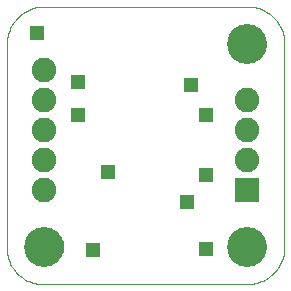
<source format=gbs>
G75*
G70*
%OFA0B0*%
%FSLAX24Y24*%
%IPPOS*%
%LPD*%
%AMOC8*
5,1,8,0,0,1.08239X$1,22.5*
%
%ADD10C,0.0000*%
%ADD11C,0.1330*%
%ADD12C,0.0820*%
%ADD13R,0.0820X0.0820*%
%ADD14R,0.0476X0.0476*%
D10*
X000411Y001660D02*
X000409Y001594D01*
X000411Y001528D01*
X000417Y001462D01*
X000426Y001396D01*
X000439Y001331D01*
X000456Y001266D01*
X000476Y001203D01*
X000500Y001141D01*
X000527Y001081D01*
X000558Y001022D01*
X000592Y000964D01*
X000629Y000909D01*
X000669Y000856D01*
X000712Y000806D01*
X000757Y000757D01*
X000806Y000712D01*
X000856Y000669D01*
X000909Y000629D01*
X000964Y000592D01*
X001022Y000558D01*
X001081Y000527D01*
X001141Y000500D01*
X001203Y000476D01*
X001266Y000456D01*
X001331Y000439D01*
X001396Y000426D01*
X001462Y000417D01*
X001528Y000411D01*
X001594Y000409D01*
X001660Y000411D01*
X001660Y000410D02*
X008410Y000410D01*
X008478Y000412D01*
X008545Y000417D01*
X008612Y000426D01*
X008679Y000439D01*
X008744Y000456D01*
X008809Y000475D01*
X008873Y000499D01*
X008935Y000526D01*
X008996Y000556D01*
X009054Y000589D01*
X009111Y000625D01*
X009166Y000665D01*
X009219Y000707D01*
X009270Y000753D01*
X009317Y000800D01*
X009363Y000851D01*
X009405Y000904D01*
X009445Y000959D01*
X009481Y001016D01*
X009514Y001074D01*
X009544Y001135D01*
X009571Y001197D01*
X009595Y001261D01*
X009614Y001326D01*
X009631Y001391D01*
X009644Y001458D01*
X009653Y001525D01*
X009658Y001592D01*
X009660Y001660D01*
X009660Y008410D01*
X009658Y008478D01*
X009653Y008545D01*
X009644Y008612D01*
X009631Y008679D01*
X009614Y008744D01*
X009595Y008809D01*
X009571Y008873D01*
X009544Y008935D01*
X009514Y008996D01*
X009481Y009054D01*
X009445Y009111D01*
X009405Y009166D01*
X009363Y009219D01*
X009317Y009270D01*
X009270Y009317D01*
X009219Y009363D01*
X009166Y009405D01*
X009111Y009445D01*
X009054Y009481D01*
X008996Y009514D01*
X008935Y009544D01*
X008873Y009571D01*
X008809Y009595D01*
X008744Y009614D01*
X008679Y009631D01*
X008612Y009644D01*
X008545Y009653D01*
X008478Y009658D01*
X008410Y009660D01*
X001660Y009660D01*
X001592Y009658D01*
X001525Y009653D01*
X001458Y009644D01*
X001391Y009631D01*
X001326Y009614D01*
X001261Y009595D01*
X001197Y009571D01*
X001135Y009544D01*
X001074Y009514D01*
X001016Y009481D01*
X000959Y009445D01*
X000904Y009405D01*
X000851Y009363D01*
X000800Y009317D01*
X000753Y009270D01*
X000707Y009219D01*
X000665Y009166D01*
X000625Y009111D01*
X000589Y009054D01*
X000556Y008996D01*
X000526Y008935D01*
X000499Y008873D01*
X000475Y008809D01*
X000456Y008744D01*
X000439Y008679D01*
X000426Y008612D01*
X000417Y008545D01*
X000412Y008478D01*
X000410Y008410D01*
X000410Y001660D01*
X001035Y001660D02*
X001037Y001710D01*
X001043Y001759D01*
X001053Y001808D01*
X001066Y001855D01*
X001084Y001902D01*
X001105Y001947D01*
X001129Y001990D01*
X001157Y002031D01*
X001188Y002070D01*
X001222Y002106D01*
X001259Y002140D01*
X001299Y002170D01*
X001340Y002197D01*
X001384Y002221D01*
X001429Y002241D01*
X001476Y002257D01*
X001524Y002270D01*
X001573Y002279D01*
X001623Y002284D01*
X001672Y002285D01*
X001722Y002282D01*
X001771Y002275D01*
X001820Y002264D01*
X001867Y002250D01*
X001913Y002231D01*
X001958Y002209D01*
X002001Y002184D01*
X002041Y002155D01*
X002079Y002123D01*
X002115Y002089D01*
X002148Y002051D01*
X002177Y002011D01*
X002203Y001969D01*
X002226Y001925D01*
X002245Y001879D01*
X002261Y001832D01*
X002273Y001783D01*
X002281Y001734D01*
X002285Y001685D01*
X002285Y001635D01*
X002281Y001586D01*
X002273Y001537D01*
X002261Y001488D01*
X002245Y001441D01*
X002226Y001395D01*
X002203Y001351D01*
X002177Y001309D01*
X002148Y001269D01*
X002115Y001231D01*
X002079Y001197D01*
X002041Y001165D01*
X002001Y001136D01*
X001958Y001111D01*
X001913Y001089D01*
X001867Y001070D01*
X001820Y001056D01*
X001771Y001045D01*
X001722Y001038D01*
X001672Y001035D01*
X001623Y001036D01*
X001573Y001041D01*
X001524Y001050D01*
X001476Y001063D01*
X001429Y001079D01*
X001384Y001099D01*
X001340Y001123D01*
X001299Y001150D01*
X001259Y001180D01*
X001222Y001214D01*
X001188Y001250D01*
X001157Y001289D01*
X001129Y001330D01*
X001105Y001373D01*
X001084Y001418D01*
X001066Y001465D01*
X001053Y001512D01*
X001043Y001561D01*
X001037Y001610D01*
X001035Y001660D01*
X007785Y001660D02*
X007787Y001710D01*
X007793Y001759D01*
X007803Y001808D01*
X007816Y001855D01*
X007834Y001902D01*
X007855Y001947D01*
X007879Y001990D01*
X007907Y002031D01*
X007938Y002070D01*
X007972Y002106D01*
X008009Y002140D01*
X008049Y002170D01*
X008090Y002197D01*
X008134Y002221D01*
X008179Y002241D01*
X008226Y002257D01*
X008274Y002270D01*
X008323Y002279D01*
X008373Y002284D01*
X008422Y002285D01*
X008472Y002282D01*
X008521Y002275D01*
X008570Y002264D01*
X008617Y002250D01*
X008663Y002231D01*
X008708Y002209D01*
X008751Y002184D01*
X008791Y002155D01*
X008829Y002123D01*
X008865Y002089D01*
X008898Y002051D01*
X008927Y002011D01*
X008953Y001969D01*
X008976Y001925D01*
X008995Y001879D01*
X009011Y001832D01*
X009023Y001783D01*
X009031Y001734D01*
X009035Y001685D01*
X009035Y001635D01*
X009031Y001586D01*
X009023Y001537D01*
X009011Y001488D01*
X008995Y001441D01*
X008976Y001395D01*
X008953Y001351D01*
X008927Y001309D01*
X008898Y001269D01*
X008865Y001231D01*
X008829Y001197D01*
X008791Y001165D01*
X008751Y001136D01*
X008708Y001111D01*
X008663Y001089D01*
X008617Y001070D01*
X008570Y001056D01*
X008521Y001045D01*
X008472Y001038D01*
X008422Y001035D01*
X008373Y001036D01*
X008323Y001041D01*
X008274Y001050D01*
X008226Y001063D01*
X008179Y001079D01*
X008134Y001099D01*
X008090Y001123D01*
X008049Y001150D01*
X008009Y001180D01*
X007972Y001214D01*
X007938Y001250D01*
X007907Y001289D01*
X007879Y001330D01*
X007855Y001373D01*
X007834Y001418D01*
X007816Y001465D01*
X007803Y001512D01*
X007793Y001561D01*
X007787Y001610D01*
X007785Y001660D01*
X007785Y008410D02*
X007787Y008460D01*
X007793Y008509D01*
X007803Y008558D01*
X007816Y008605D01*
X007834Y008652D01*
X007855Y008697D01*
X007879Y008740D01*
X007907Y008781D01*
X007938Y008820D01*
X007972Y008856D01*
X008009Y008890D01*
X008049Y008920D01*
X008090Y008947D01*
X008134Y008971D01*
X008179Y008991D01*
X008226Y009007D01*
X008274Y009020D01*
X008323Y009029D01*
X008373Y009034D01*
X008422Y009035D01*
X008472Y009032D01*
X008521Y009025D01*
X008570Y009014D01*
X008617Y009000D01*
X008663Y008981D01*
X008708Y008959D01*
X008751Y008934D01*
X008791Y008905D01*
X008829Y008873D01*
X008865Y008839D01*
X008898Y008801D01*
X008927Y008761D01*
X008953Y008719D01*
X008976Y008675D01*
X008995Y008629D01*
X009011Y008582D01*
X009023Y008533D01*
X009031Y008484D01*
X009035Y008435D01*
X009035Y008385D01*
X009031Y008336D01*
X009023Y008287D01*
X009011Y008238D01*
X008995Y008191D01*
X008976Y008145D01*
X008953Y008101D01*
X008927Y008059D01*
X008898Y008019D01*
X008865Y007981D01*
X008829Y007947D01*
X008791Y007915D01*
X008751Y007886D01*
X008708Y007861D01*
X008663Y007839D01*
X008617Y007820D01*
X008570Y007806D01*
X008521Y007795D01*
X008472Y007788D01*
X008422Y007785D01*
X008373Y007786D01*
X008323Y007791D01*
X008274Y007800D01*
X008226Y007813D01*
X008179Y007829D01*
X008134Y007849D01*
X008090Y007873D01*
X008049Y007900D01*
X008009Y007930D01*
X007972Y007964D01*
X007938Y008000D01*
X007907Y008039D01*
X007879Y008080D01*
X007855Y008123D01*
X007834Y008168D01*
X007816Y008215D01*
X007803Y008262D01*
X007793Y008311D01*
X007787Y008360D01*
X007785Y008410D01*
D11*
X008410Y008410D03*
X008410Y001660D03*
X001660Y001660D03*
D12*
X001660Y003535D03*
X001660Y004535D03*
X001660Y005535D03*
X001660Y006535D03*
X001660Y007535D03*
X008410Y006535D03*
X008410Y005535D03*
X008410Y004535D03*
D13*
X008410Y003535D03*
D14*
X007035Y004035D03*
X006410Y003160D03*
X007035Y001575D03*
X003785Y004160D03*
X002785Y006035D03*
X002785Y007160D03*
X001410Y008785D03*
X006535Y007035D03*
X007035Y006035D03*
X003285Y001535D03*
M02*

</source>
